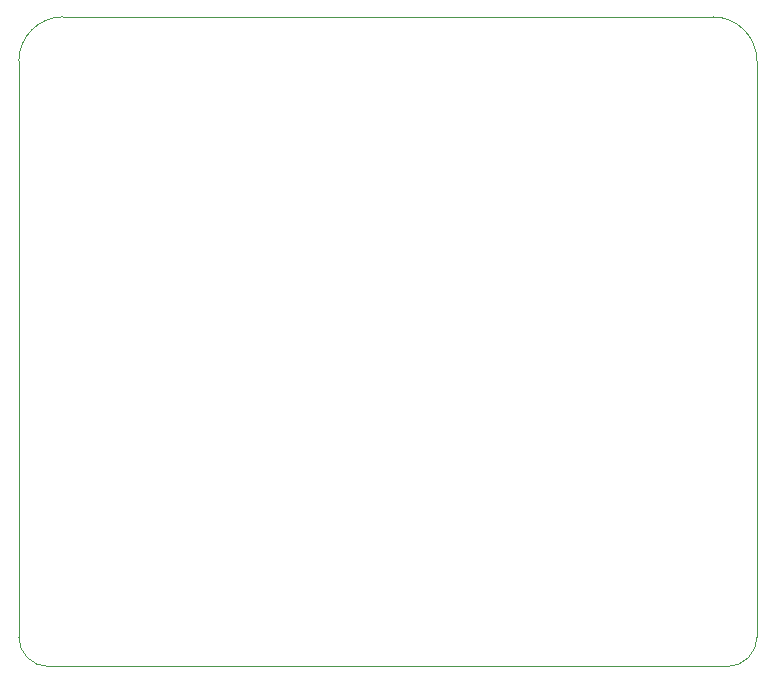
<source format=gbr>
%TF.GenerationSoftware,KiCad,Pcbnew,(5.1.6-0)*%
%TF.CreationDate,2023-04-12T19:24:34-07:00*%
%TF.ProjectId,input_buffer_bal_XLR_combo_SMD_1206,696e7075-745f-4627-9566-6665725f6261,rev?*%
%TF.SameCoordinates,Original*%
%TF.FileFunction,Profile,NP*%
%FSLAX46Y46*%
G04 Gerber Fmt 4.6, Leading zero omitted, Abs format (unit mm)*
G04 Created by KiCad (PCBNEW (5.1.6-0)) date 2023-04-12 19:24:34*
%MOMM*%
%LPD*%
G01*
G04 APERTURE LIST*
%TA.AperFunction,Profile*%
%ADD10C,0.050000*%
%TD*%
G04 APERTURE END LIST*
D10*
X90000000Y-108750000D02*
G75*
G02*
X93750000Y-105000000I3750000J0D01*
G01*
X148750000Y-105000000D02*
G75*
G02*
X152500000Y-108750000I0J-3750000D01*
G01*
X152500000Y-157500000D02*
G75*
G02*
X150000000Y-160000000I-2500000J0D01*
G01*
X92500000Y-160000000D02*
G75*
G02*
X90000000Y-157500000I0J2500000D01*
G01*
X90000000Y-108750000D02*
X90000000Y-157500000D01*
X148750000Y-105000000D02*
X93750000Y-105000000D01*
X152500000Y-157500000D02*
X152500000Y-108750000D01*
X92500000Y-160000000D02*
X150000000Y-160000000D01*
M02*

</source>
